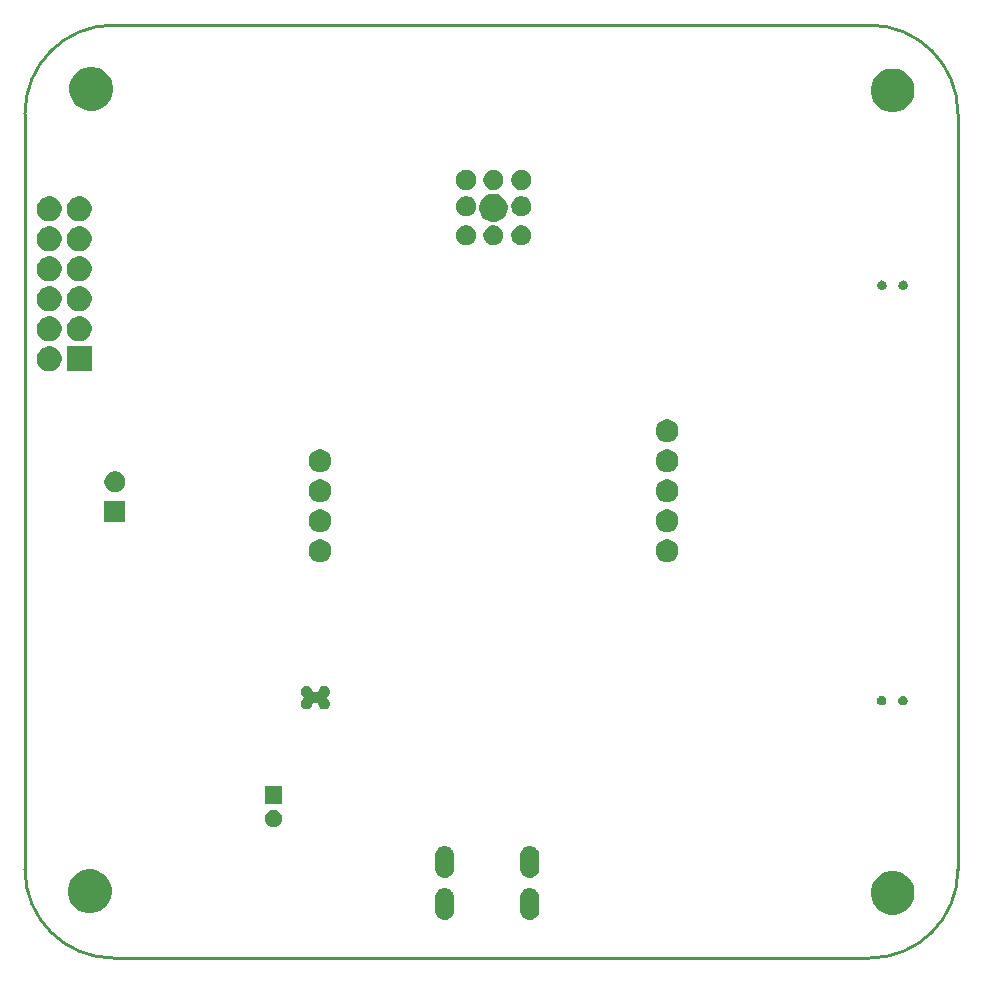
<source format=gbr>
G04 #@! TF.GenerationSoftware,KiCad,Pcbnew,5.1.6-c6e7f7d~87~ubuntu18.04.1*
G04 #@! TF.CreationDate,2020-07-31T19:21:44+02:00*
G04 #@! TF.ProjectId,hm-env-sensor,686d2d65-6e76-42d7-9365-6e736f722e6b,A1*
G04 #@! TF.SameCoordinates,Original*
G04 #@! TF.FileFunction,Soldermask,Bot*
G04 #@! TF.FilePolarity,Negative*
%FSLAX46Y46*%
G04 Gerber Fmt 4.6, Leading zero omitted, Abs format (unit mm)*
G04 Created by KiCad (PCBNEW 5.1.6-c6e7f7d~87~ubuntu18.04.1) date 2020-07-31 19:21:44*
%MOMM*%
%LPD*%
G01*
G04 APERTURE LIST*
G04 #@! TA.AperFunction,Profile*
%ADD10C,0.254000*%
G04 #@! TD*
%ADD11C,0.100000*%
G04 APERTURE END LIST*
D10*
X169398000Y-135704200D02*
X169398000Y-71704200D01*
X90398000Y-71704200D02*
X90398000Y-135704200D01*
X161898000Y-64204200D02*
X97898000Y-64204200D01*
X161898000Y-64204200D02*
G75*
G02*
X169398000Y-71704200I0J-7500000D01*
G01*
X169398000Y-135704200D02*
G75*
G02*
X161898000Y-143204200I-7500000J0D01*
G01*
X161898000Y-143204200D02*
X97898000Y-143204200D01*
X90398000Y-71704200D02*
G75*
G02*
X97898000Y-64204200I7500000J0D01*
G01*
X97898000Y-143204200D02*
G75*
G02*
X90398000Y-135704200I0J7500000D01*
G01*
D11*
G36*
X126096826Y-137267576D02*
G01*
X126247627Y-137313321D01*
X126247629Y-137313322D01*
X126386604Y-137387606D01*
X126386606Y-137387607D01*
X126386605Y-137387607D01*
X126508422Y-137487578D01*
X126590466Y-137587550D01*
X126608394Y-137609395D01*
X126667198Y-137719409D01*
X126682679Y-137748372D01*
X126728424Y-137899173D01*
X126740000Y-138016707D01*
X126740000Y-139195293D01*
X126728424Y-139312827D01*
X126688904Y-139443106D01*
X126682678Y-139463630D01*
X126608394Y-139602605D01*
X126508422Y-139724422D01*
X126386605Y-139824394D01*
X126247630Y-139898678D01*
X126247628Y-139898679D01*
X126096827Y-139944424D01*
X125940000Y-139959870D01*
X125783174Y-139944424D01*
X125632373Y-139898679D01*
X125632371Y-139898678D01*
X125493396Y-139824394D01*
X125371579Y-139724422D01*
X125271607Y-139602605D01*
X125197323Y-139463630D01*
X125191097Y-139443106D01*
X125151577Y-139312827D01*
X125140001Y-139195293D01*
X125140000Y-138016708D01*
X125151576Y-137899174D01*
X125197321Y-137748373D01*
X125271607Y-137609395D01*
X125371578Y-137487578D01*
X125493394Y-137387607D01*
X125493393Y-137387607D01*
X125493395Y-137387606D01*
X125632370Y-137313322D01*
X125632372Y-137313321D01*
X125783173Y-137267576D01*
X125940000Y-137252130D01*
X126096826Y-137267576D01*
G37*
G36*
X133296826Y-137267576D02*
G01*
X133447627Y-137313321D01*
X133447629Y-137313322D01*
X133586604Y-137387606D01*
X133586606Y-137387607D01*
X133586605Y-137387607D01*
X133708422Y-137487578D01*
X133790466Y-137587550D01*
X133808394Y-137609395D01*
X133867198Y-137719409D01*
X133882679Y-137748372D01*
X133928424Y-137899173D01*
X133940000Y-138016707D01*
X133940000Y-139195293D01*
X133928424Y-139312827D01*
X133888904Y-139443106D01*
X133882678Y-139463630D01*
X133808394Y-139602605D01*
X133708422Y-139724422D01*
X133586605Y-139824394D01*
X133447630Y-139898678D01*
X133447628Y-139898679D01*
X133296827Y-139944424D01*
X133140000Y-139959870D01*
X132983174Y-139944424D01*
X132832373Y-139898679D01*
X132832371Y-139898678D01*
X132693396Y-139824394D01*
X132571579Y-139724422D01*
X132471607Y-139602605D01*
X132397323Y-139463630D01*
X132391097Y-139443106D01*
X132351577Y-139312827D01*
X132340001Y-139195293D01*
X132340000Y-138016708D01*
X132351576Y-137899174D01*
X132397321Y-137748373D01*
X132471607Y-137609395D01*
X132571578Y-137487578D01*
X132693394Y-137387607D01*
X132693393Y-137387607D01*
X132693395Y-137387606D01*
X132832370Y-137313322D01*
X132832372Y-137313321D01*
X132983173Y-137267576D01*
X133140000Y-137252130D01*
X133296826Y-137267576D01*
G37*
G36*
X164397624Y-135885294D02*
G01*
X164734302Y-136024751D01*
X164734303Y-136024752D01*
X165037306Y-136227211D01*
X165294989Y-136484894D01*
X165412590Y-136660897D01*
X165497449Y-136787898D01*
X165636906Y-137124576D01*
X165708000Y-137481990D01*
X165708000Y-137846410D01*
X165636906Y-138203824D01*
X165497449Y-138540502D01*
X165497448Y-138540503D01*
X165294989Y-138843506D01*
X165037306Y-139101189D01*
X164896467Y-139195294D01*
X164734302Y-139303649D01*
X164397624Y-139443106D01*
X164040210Y-139514200D01*
X163675790Y-139514200D01*
X163318376Y-139443106D01*
X162981698Y-139303649D01*
X162819533Y-139195294D01*
X162678694Y-139101189D01*
X162421011Y-138843506D01*
X162218552Y-138540503D01*
X162218551Y-138540502D01*
X162079094Y-138203824D01*
X162008000Y-137846410D01*
X162008000Y-137481990D01*
X162079094Y-137124576D01*
X162218551Y-136787898D01*
X162303410Y-136660897D01*
X162421011Y-136484894D01*
X162678694Y-136227211D01*
X162981697Y-136024752D01*
X162981698Y-136024751D01*
X163318376Y-135885294D01*
X163675790Y-135814200D01*
X164040210Y-135814200D01*
X164397624Y-135885294D01*
G37*
G36*
X96427224Y-135758294D02*
G01*
X96763902Y-135897751D01*
X96864446Y-135964932D01*
X97066906Y-136100211D01*
X97324589Y-136357894D01*
X97348997Y-136394424D01*
X97527049Y-136660898D01*
X97666506Y-136997576D01*
X97737600Y-137354990D01*
X97737600Y-137719410D01*
X97666506Y-138076824D01*
X97527049Y-138413502D01*
X97527048Y-138413503D01*
X97324589Y-138716506D01*
X97066906Y-138974189D01*
X96876836Y-139101189D01*
X96763902Y-139176649D01*
X96427224Y-139316106D01*
X96069810Y-139387200D01*
X95705390Y-139387200D01*
X95347976Y-139316106D01*
X95011298Y-139176649D01*
X94898364Y-139101189D01*
X94708294Y-138974189D01*
X94450611Y-138716506D01*
X94248152Y-138413503D01*
X94248151Y-138413502D01*
X94108694Y-138076824D01*
X94037600Y-137719410D01*
X94037600Y-137354990D01*
X94108694Y-136997576D01*
X94248151Y-136660898D01*
X94426203Y-136394424D01*
X94450611Y-136357894D01*
X94708294Y-136100211D01*
X94910754Y-135964932D01*
X95011298Y-135897751D01*
X95347976Y-135758294D01*
X95705390Y-135687200D01*
X96069810Y-135687200D01*
X96427224Y-135758294D01*
G37*
G36*
X133296826Y-133717576D02*
G01*
X133447627Y-133763321D01*
X133447629Y-133763322D01*
X133586604Y-133837606D01*
X133586606Y-133837607D01*
X133586605Y-133837607D01*
X133708422Y-133937578D01*
X133790466Y-134037550D01*
X133808394Y-134059395D01*
X133882678Y-134198370D01*
X133882679Y-134198372D01*
X133928424Y-134349173D01*
X133940000Y-134466707D01*
X133940000Y-135645293D01*
X133928424Y-135762827D01*
X133887495Y-135897751D01*
X133882678Y-135913630D01*
X133808394Y-136052605D01*
X133708422Y-136174422D01*
X133586605Y-136274394D01*
X133447630Y-136348678D01*
X133447628Y-136348679D01*
X133296827Y-136394424D01*
X133140000Y-136409870D01*
X132983174Y-136394424D01*
X132832373Y-136348679D01*
X132832371Y-136348678D01*
X132693396Y-136274394D01*
X132571579Y-136174422D01*
X132471607Y-136052605D01*
X132397323Y-135913630D01*
X132392506Y-135897751D01*
X132351577Y-135762827D01*
X132340001Y-135645293D01*
X132340000Y-134466708D01*
X132351576Y-134349174D01*
X132397321Y-134198373D01*
X132471607Y-134059395D01*
X132571578Y-133937578D01*
X132693394Y-133837607D01*
X132693393Y-133837607D01*
X132693395Y-133837606D01*
X132832370Y-133763322D01*
X132832372Y-133763321D01*
X132983173Y-133717576D01*
X133140000Y-133702130D01*
X133296826Y-133717576D01*
G37*
G36*
X126096826Y-133717576D02*
G01*
X126247627Y-133763321D01*
X126247629Y-133763322D01*
X126386604Y-133837606D01*
X126386606Y-133837607D01*
X126386605Y-133837607D01*
X126508422Y-133937578D01*
X126590466Y-134037550D01*
X126608394Y-134059395D01*
X126682678Y-134198370D01*
X126682679Y-134198372D01*
X126728424Y-134349173D01*
X126740000Y-134466707D01*
X126740000Y-135645293D01*
X126728424Y-135762827D01*
X126687495Y-135897751D01*
X126682678Y-135913630D01*
X126608394Y-136052605D01*
X126508422Y-136174422D01*
X126386605Y-136274394D01*
X126247630Y-136348678D01*
X126247628Y-136348679D01*
X126096827Y-136394424D01*
X125940000Y-136409870D01*
X125783174Y-136394424D01*
X125632373Y-136348679D01*
X125632371Y-136348678D01*
X125493396Y-136274394D01*
X125371579Y-136174422D01*
X125271607Y-136052605D01*
X125197323Y-135913630D01*
X125192506Y-135897751D01*
X125151577Y-135762827D01*
X125140001Y-135645293D01*
X125140000Y-134466708D01*
X125151576Y-134349174D01*
X125197321Y-134198373D01*
X125271607Y-134059395D01*
X125371578Y-133937578D01*
X125493394Y-133837607D01*
X125493393Y-133837607D01*
X125493395Y-133837606D01*
X125632370Y-133763322D01*
X125632372Y-133763321D01*
X125783173Y-133717576D01*
X125940000Y-133702130D01*
X126096826Y-133717576D01*
G37*
G36*
X111661499Y-130659552D02*
G01*
X111798139Y-130716150D01*
X111921105Y-130798313D01*
X112025687Y-130902895D01*
X112107850Y-131025861D01*
X112164448Y-131162501D01*
X112193300Y-131307551D01*
X112193300Y-131455449D01*
X112164448Y-131600499D01*
X112107850Y-131737139D01*
X112025687Y-131860105D01*
X111921105Y-131964687D01*
X111798139Y-132046850D01*
X111661499Y-132103448D01*
X111516449Y-132132300D01*
X111368551Y-132132300D01*
X111223501Y-132103448D01*
X111086861Y-132046850D01*
X110963895Y-131964687D01*
X110859313Y-131860105D01*
X110777150Y-131737139D01*
X110720552Y-131600499D01*
X110691700Y-131455449D01*
X110691700Y-131307551D01*
X110720552Y-131162501D01*
X110777150Y-131025861D01*
X110859313Y-130902895D01*
X110963895Y-130798313D01*
X111086861Y-130716150D01*
X111223501Y-130659552D01*
X111368551Y-130630700D01*
X111516449Y-130630700D01*
X111661499Y-130659552D01*
G37*
G36*
X112190760Y-130120620D02*
G01*
X110689160Y-130120620D01*
X110689160Y-128619020D01*
X112190760Y-128619020D01*
X112190760Y-130120620D01*
G37*
G36*
X114386343Y-120162714D02*
G01*
X114386346Y-120162715D01*
X114386345Y-120162715D01*
X114477339Y-120200406D01*
X114518563Y-120227951D01*
X114559230Y-120255124D01*
X114628876Y-120324770D01*
X114683595Y-120406663D01*
X114721286Y-120497657D01*
X114733178Y-120557441D01*
X114740291Y-120580890D01*
X114751842Y-120602501D01*
X114767388Y-120621443D01*
X114786329Y-120636988D01*
X114807940Y-120648539D01*
X114831389Y-120655652D01*
X114855775Y-120658054D01*
X114880161Y-120655652D01*
X114941253Y-120643500D01*
X115039747Y-120643500D01*
X115100839Y-120655652D01*
X115125225Y-120658054D01*
X115149611Y-120655652D01*
X115173060Y-120648539D01*
X115194671Y-120636988D01*
X115213613Y-120621443D01*
X115229158Y-120602501D01*
X115240709Y-120580890D01*
X115247822Y-120557441D01*
X115259714Y-120497657D01*
X115297405Y-120406663D01*
X115352124Y-120324770D01*
X115421770Y-120255124D01*
X115462437Y-120227951D01*
X115503661Y-120200406D01*
X115594655Y-120162715D01*
X115594654Y-120162715D01*
X115594657Y-120162714D01*
X115691253Y-120143500D01*
X115789747Y-120143500D01*
X115886343Y-120162714D01*
X115886346Y-120162715D01*
X115886345Y-120162715D01*
X115977339Y-120200406D01*
X116018563Y-120227951D01*
X116059230Y-120255124D01*
X116128876Y-120324770D01*
X116183595Y-120406663D01*
X116221286Y-120497657D01*
X116240500Y-120594253D01*
X116240500Y-120692747D01*
X116221286Y-120789343D01*
X116183595Y-120880337D01*
X116128876Y-120962230D01*
X116059229Y-121031877D01*
X116047720Y-121039567D01*
X116028778Y-121055112D01*
X116013233Y-121074054D01*
X116001681Y-121095664D01*
X115994568Y-121119113D01*
X115992166Y-121143499D01*
X115994568Y-121167885D01*
X116001681Y-121191334D01*
X116013232Y-121212945D01*
X116028777Y-121231887D01*
X116047720Y-121247433D01*
X116059229Y-121255123D01*
X116128875Y-121324769D01*
X116160784Y-121372523D01*
X116183595Y-121406663D01*
X116221286Y-121497657D01*
X116240500Y-121594253D01*
X116240500Y-121692747D01*
X116221286Y-121789343D01*
X116211570Y-121812800D01*
X116183594Y-121880339D01*
X116128875Y-121962231D01*
X116059231Y-122031875D01*
X115977339Y-122086594D01*
X115977338Y-122086595D01*
X115977337Y-122086595D01*
X115886343Y-122124286D01*
X115789747Y-122143500D01*
X115691253Y-122143500D01*
X115594657Y-122124286D01*
X115503663Y-122086595D01*
X115503662Y-122086595D01*
X115503661Y-122086594D01*
X115421769Y-122031875D01*
X115352125Y-121962231D01*
X115297406Y-121880339D01*
X115269430Y-121812800D01*
X115259714Y-121789343D01*
X115247822Y-121729559D01*
X115240709Y-121706110D01*
X115229158Y-121684499D01*
X115213612Y-121665557D01*
X115194671Y-121650012D01*
X115173060Y-121638461D01*
X115149611Y-121631348D01*
X115125225Y-121628946D01*
X115100839Y-121631348D01*
X115039747Y-121643500D01*
X114941253Y-121643500D01*
X114880161Y-121631348D01*
X114855775Y-121628946D01*
X114831389Y-121631348D01*
X114807940Y-121638461D01*
X114786329Y-121650012D01*
X114767387Y-121665557D01*
X114751842Y-121684499D01*
X114740291Y-121706110D01*
X114733178Y-121729559D01*
X114721286Y-121789343D01*
X114711570Y-121812800D01*
X114683594Y-121880339D01*
X114628875Y-121962231D01*
X114559231Y-122031875D01*
X114477339Y-122086594D01*
X114477338Y-122086595D01*
X114477337Y-122086595D01*
X114386343Y-122124286D01*
X114289747Y-122143500D01*
X114191253Y-122143500D01*
X114094657Y-122124286D01*
X114003663Y-122086595D01*
X114003662Y-122086595D01*
X114003661Y-122086594D01*
X113921769Y-122031875D01*
X113852125Y-121962231D01*
X113797406Y-121880339D01*
X113769430Y-121812800D01*
X113759714Y-121789343D01*
X113740500Y-121692747D01*
X113740500Y-121594253D01*
X113759714Y-121497657D01*
X113797405Y-121406663D01*
X113820217Y-121372523D01*
X113852125Y-121324769D01*
X113921771Y-121255123D01*
X113933280Y-121247433D01*
X113952222Y-121231888D01*
X113967767Y-121212946D01*
X113979319Y-121191336D01*
X113986432Y-121167887D01*
X113988834Y-121143501D01*
X113986432Y-121119115D01*
X113979319Y-121095666D01*
X113967768Y-121074055D01*
X113952223Y-121055113D01*
X113933280Y-121039567D01*
X113921771Y-121031877D01*
X113852124Y-120962230D01*
X113797405Y-120880337D01*
X113759714Y-120789343D01*
X113740500Y-120692747D01*
X113740500Y-120594253D01*
X113759714Y-120497657D01*
X113797405Y-120406663D01*
X113852124Y-120324770D01*
X113921770Y-120255124D01*
X113962437Y-120227951D01*
X114003661Y-120200406D01*
X114094655Y-120162715D01*
X114094654Y-120162715D01*
X114094657Y-120162714D01*
X114191253Y-120143500D01*
X114289747Y-120143500D01*
X114386343Y-120162714D01*
G37*
G36*
X164846908Y-121026602D02*
G01*
X164915739Y-121055113D01*
X164919850Y-121056816D01*
X164945648Y-121074054D01*
X164985494Y-121100678D01*
X165041322Y-121156506D01*
X165085185Y-121222152D01*
X165115398Y-121295092D01*
X165130800Y-121372523D01*
X165130800Y-121451477D01*
X165115398Y-121528908D01*
X165085185Y-121601848D01*
X165041322Y-121667494D01*
X164985494Y-121723322D01*
X164952895Y-121745104D01*
X164919850Y-121767184D01*
X164919849Y-121767185D01*
X164919848Y-121767185D01*
X164846908Y-121797398D01*
X164769477Y-121812800D01*
X164690523Y-121812800D01*
X164613092Y-121797398D01*
X164540152Y-121767185D01*
X164540151Y-121767185D01*
X164540150Y-121767184D01*
X164507105Y-121745104D01*
X164474506Y-121723322D01*
X164418678Y-121667494D01*
X164374815Y-121601848D01*
X164344602Y-121528908D01*
X164329200Y-121451477D01*
X164329200Y-121372523D01*
X164344602Y-121295092D01*
X164374815Y-121222152D01*
X164418678Y-121156506D01*
X164474506Y-121100678D01*
X164514352Y-121074054D01*
X164540150Y-121056816D01*
X164544261Y-121055113D01*
X164613092Y-121026602D01*
X164690523Y-121011200D01*
X164769477Y-121011200D01*
X164846908Y-121026602D01*
G37*
G36*
X163046908Y-121026602D02*
G01*
X163115739Y-121055113D01*
X163119850Y-121056816D01*
X163145648Y-121074054D01*
X163185494Y-121100678D01*
X163241322Y-121156506D01*
X163285185Y-121222152D01*
X163315398Y-121295092D01*
X163330800Y-121372523D01*
X163330800Y-121451477D01*
X163315398Y-121528908D01*
X163285185Y-121601848D01*
X163241322Y-121667494D01*
X163185494Y-121723322D01*
X163152895Y-121745104D01*
X163119850Y-121767184D01*
X163119849Y-121767185D01*
X163119848Y-121767185D01*
X163046908Y-121797398D01*
X162969477Y-121812800D01*
X162890523Y-121812800D01*
X162813092Y-121797398D01*
X162740152Y-121767185D01*
X162740151Y-121767185D01*
X162740150Y-121767184D01*
X162707105Y-121745104D01*
X162674506Y-121723322D01*
X162618678Y-121667494D01*
X162574815Y-121601848D01*
X162544602Y-121528908D01*
X162529200Y-121451477D01*
X162529200Y-121372523D01*
X162544602Y-121295092D01*
X162574815Y-121222152D01*
X162618678Y-121156506D01*
X162674506Y-121100678D01*
X162714352Y-121074054D01*
X162740150Y-121056816D01*
X162744261Y-121055113D01*
X162813092Y-121026602D01*
X162890523Y-121011200D01*
X162969477Y-121011200D01*
X163046908Y-121026602D01*
G37*
G36*
X115658604Y-107786968D02*
G01*
X115746142Y-107823228D01*
X115833678Y-107859486D01*
X115833679Y-107859487D01*
X115991237Y-107964763D01*
X116125237Y-108098763D01*
X116213007Y-108230121D01*
X116230514Y-108256322D01*
X116303032Y-108431396D01*
X116340000Y-108617250D01*
X116340000Y-108806750D01*
X116303032Y-108992604D01*
X116230514Y-109167678D01*
X116230513Y-109167679D01*
X116125237Y-109325237D01*
X115991237Y-109459237D01*
X115859879Y-109547007D01*
X115833678Y-109564514D01*
X115658604Y-109637032D01*
X115472750Y-109674000D01*
X115283250Y-109674000D01*
X115097396Y-109637032D01*
X114922322Y-109564514D01*
X114896121Y-109547007D01*
X114764763Y-109459237D01*
X114630763Y-109325237D01*
X114525487Y-109167679D01*
X114525486Y-109167678D01*
X114489228Y-109080142D01*
X114452968Y-108992604D01*
X114416000Y-108806750D01*
X114416000Y-108617250D01*
X114452968Y-108431396D01*
X114525486Y-108256322D01*
X114542993Y-108230121D01*
X114630763Y-108098763D01*
X114764763Y-107964763D01*
X114922321Y-107859487D01*
X114922322Y-107859486D01*
X115009858Y-107823228D01*
X115097396Y-107786968D01*
X115283250Y-107750000D01*
X115472750Y-107750000D01*
X115658604Y-107786968D01*
G37*
G36*
X145043604Y-107786968D02*
G01*
X145131142Y-107823228D01*
X145218678Y-107859486D01*
X145218679Y-107859487D01*
X145376237Y-107964763D01*
X145510237Y-108098763D01*
X145598007Y-108230121D01*
X145615514Y-108256322D01*
X145688032Y-108431396D01*
X145725000Y-108617250D01*
X145725000Y-108806750D01*
X145688032Y-108992604D01*
X145615514Y-109167678D01*
X145615513Y-109167679D01*
X145510237Y-109325237D01*
X145376237Y-109459237D01*
X145244879Y-109547007D01*
X145218678Y-109564514D01*
X145043604Y-109637032D01*
X144857750Y-109674000D01*
X144668250Y-109674000D01*
X144482396Y-109637032D01*
X144307322Y-109564514D01*
X144281121Y-109547007D01*
X144149763Y-109459237D01*
X144015763Y-109325237D01*
X143910487Y-109167679D01*
X143910486Y-109167678D01*
X143874228Y-109080142D01*
X143837968Y-108992604D01*
X143801000Y-108806750D01*
X143801000Y-108617250D01*
X143837968Y-108431396D01*
X143910486Y-108256322D01*
X143927993Y-108230121D01*
X144015763Y-108098763D01*
X144149763Y-107964763D01*
X144307321Y-107859487D01*
X144307322Y-107859486D01*
X144394858Y-107823228D01*
X144482396Y-107786968D01*
X144668250Y-107750000D01*
X144857750Y-107750000D01*
X145043604Y-107786968D01*
G37*
G36*
X115658604Y-105246968D02*
G01*
X115833678Y-105319486D01*
X115833679Y-105319487D01*
X115991237Y-105424763D01*
X116125237Y-105558763D01*
X116213007Y-105690121D01*
X116230514Y-105716322D01*
X116303032Y-105891396D01*
X116340000Y-106077250D01*
X116340000Y-106266750D01*
X116303032Y-106452604D01*
X116230514Y-106627678D01*
X116230513Y-106627679D01*
X116125237Y-106785237D01*
X115991237Y-106919237D01*
X115859879Y-107007007D01*
X115833678Y-107024514D01*
X115746142Y-107060772D01*
X115658604Y-107097032D01*
X115472750Y-107134000D01*
X115283250Y-107134000D01*
X115097396Y-107097032D01*
X114922322Y-107024514D01*
X114896121Y-107007007D01*
X114764763Y-106919237D01*
X114630763Y-106785237D01*
X114525487Y-106627679D01*
X114525486Y-106627678D01*
X114489228Y-106540142D01*
X114452968Y-106452604D01*
X114416000Y-106266750D01*
X114416000Y-106077250D01*
X114452968Y-105891396D01*
X114525486Y-105716322D01*
X114542993Y-105690121D01*
X114630763Y-105558763D01*
X114764763Y-105424763D01*
X114922321Y-105319487D01*
X114922322Y-105319486D01*
X115097396Y-105246968D01*
X115283250Y-105210000D01*
X115472750Y-105210000D01*
X115658604Y-105246968D01*
G37*
G36*
X145043604Y-105246968D02*
G01*
X145218678Y-105319486D01*
X145218679Y-105319487D01*
X145376237Y-105424763D01*
X145510237Y-105558763D01*
X145598007Y-105690121D01*
X145615514Y-105716322D01*
X145688032Y-105891396D01*
X145725000Y-106077250D01*
X145725000Y-106266750D01*
X145688032Y-106452604D01*
X145615514Y-106627678D01*
X145615513Y-106627679D01*
X145510237Y-106785237D01*
X145376237Y-106919237D01*
X145244879Y-107007007D01*
X145218678Y-107024514D01*
X145131142Y-107060772D01*
X145043604Y-107097032D01*
X144857750Y-107134000D01*
X144668250Y-107134000D01*
X144482396Y-107097032D01*
X144307322Y-107024514D01*
X144281121Y-107007007D01*
X144149763Y-106919237D01*
X144015763Y-106785237D01*
X143910487Y-106627679D01*
X143910486Y-106627678D01*
X143874228Y-106540142D01*
X143837968Y-106452604D01*
X143801000Y-106266750D01*
X143801000Y-106077250D01*
X143837968Y-105891396D01*
X143910486Y-105716322D01*
X143927993Y-105690121D01*
X144015763Y-105558763D01*
X144149763Y-105424763D01*
X144307321Y-105319487D01*
X144307322Y-105319486D01*
X144482396Y-105246968D01*
X144668250Y-105210000D01*
X144857750Y-105210000D01*
X145043604Y-105246968D01*
G37*
G36*
X98901000Y-106299000D02*
G01*
X97123000Y-106299000D01*
X97123000Y-104521000D01*
X98901000Y-104521000D01*
X98901000Y-106299000D01*
G37*
G36*
X145043604Y-102706968D02*
G01*
X145131142Y-102743228D01*
X145218678Y-102779486D01*
X145218679Y-102779487D01*
X145376237Y-102884763D01*
X145510237Y-103018763D01*
X145584102Y-103129311D01*
X145615514Y-103176322D01*
X145688032Y-103351396D01*
X145725000Y-103537250D01*
X145725000Y-103726750D01*
X145688032Y-103912604D01*
X145651772Y-104000142D01*
X145615514Y-104087678D01*
X145615513Y-104087679D01*
X145510237Y-104245237D01*
X145376237Y-104379237D01*
X145244879Y-104467007D01*
X145218678Y-104484514D01*
X145131142Y-104520772D01*
X145043604Y-104557032D01*
X144857750Y-104594000D01*
X144668250Y-104594000D01*
X144482396Y-104557032D01*
X144394858Y-104520772D01*
X144307322Y-104484514D01*
X144281121Y-104467007D01*
X144149763Y-104379237D01*
X144015763Y-104245237D01*
X143910487Y-104087679D01*
X143910486Y-104087678D01*
X143874228Y-104000142D01*
X143837968Y-103912604D01*
X143801000Y-103726750D01*
X143801000Y-103537250D01*
X143837968Y-103351396D01*
X143874228Y-103263858D01*
X143910486Y-103176322D01*
X143941898Y-103129311D01*
X144015763Y-103018763D01*
X144149763Y-102884763D01*
X144307321Y-102779487D01*
X144307322Y-102779486D01*
X144394858Y-102743228D01*
X144482396Y-102706968D01*
X144668250Y-102670000D01*
X144857750Y-102670000D01*
X145043604Y-102706968D01*
G37*
G36*
X115658604Y-102706968D02*
G01*
X115746142Y-102743228D01*
X115833678Y-102779486D01*
X115833679Y-102779487D01*
X115991237Y-102884763D01*
X116125237Y-103018763D01*
X116199102Y-103129311D01*
X116230514Y-103176322D01*
X116303032Y-103351396D01*
X116340000Y-103537250D01*
X116340000Y-103726750D01*
X116303032Y-103912604D01*
X116266772Y-104000142D01*
X116230514Y-104087678D01*
X116230513Y-104087679D01*
X116125237Y-104245237D01*
X115991237Y-104379237D01*
X115859879Y-104467007D01*
X115833678Y-104484514D01*
X115746142Y-104520772D01*
X115658604Y-104557032D01*
X115472750Y-104594000D01*
X115283250Y-104594000D01*
X115097396Y-104557032D01*
X115009858Y-104520772D01*
X114922322Y-104484514D01*
X114896121Y-104467007D01*
X114764763Y-104379237D01*
X114630763Y-104245237D01*
X114525487Y-104087679D01*
X114525486Y-104087678D01*
X114489228Y-104000142D01*
X114452968Y-103912604D01*
X114416000Y-103726750D01*
X114416000Y-103537250D01*
X114452968Y-103351396D01*
X114489228Y-103263858D01*
X114525486Y-103176322D01*
X114556898Y-103129311D01*
X114630763Y-103018763D01*
X114764763Y-102884763D01*
X114922321Y-102779487D01*
X114922322Y-102779486D01*
X115009858Y-102743228D01*
X115097396Y-102706968D01*
X115283250Y-102670000D01*
X115472750Y-102670000D01*
X115658604Y-102706968D01*
G37*
G36*
X98185435Y-101998082D02*
G01*
X98271312Y-102015164D01*
X98433099Y-102082179D01*
X98578704Y-102179469D01*
X98702531Y-102303296D01*
X98799821Y-102448901D01*
X98799822Y-102448903D01*
X98866836Y-102610689D01*
X98900413Y-102779487D01*
X98901000Y-102782441D01*
X98901000Y-102957559D01*
X98866836Y-103129312D01*
X98799821Y-103291099D01*
X98702531Y-103436704D01*
X98578704Y-103560531D01*
X98433099Y-103657821D01*
X98271312Y-103724836D01*
X98185435Y-103741918D01*
X98099560Y-103759000D01*
X97924440Y-103759000D01*
X97752688Y-103724836D01*
X97590901Y-103657821D01*
X97445296Y-103560531D01*
X97321469Y-103436704D01*
X97224179Y-103291099D01*
X97157164Y-103129312D01*
X97123000Y-102957559D01*
X97123000Y-102782441D01*
X97123588Y-102779487D01*
X97157164Y-102610689D01*
X97224178Y-102448903D01*
X97224179Y-102448901D01*
X97321469Y-102303296D01*
X97445296Y-102179469D01*
X97590901Y-102082179D01*
X97752688Y-102015164D01*
X97838565Y-101998082D01*
X97924440Y-101981000D01*
X98099560Y-101981000D01*
X98185435Y-101998082D01*
G37*
G36*
X145043604Y-100166968D02*
G01*
X145131142Y-100203228D01*
X145218678Y-100239486D01*
X145218679Y-100239487D01*
X145376237Y-100344763D01*
X145510237Y-100478763D01*
X145598007Y-100610121D01*
X145615514Y-100636322D01*
X145651772Y-100723858D01*
X145688032Y-100811396D01*
X145725000Y-100997250D01*
X145725000Y-101186750D01*
X145688032Y-101372604D01*
X145651772Y-101460142D01*
X145615514Y-101547678D01*
X145615513Y-101547679D01*
X145510237Y-101705237D01*
X145376237Y-101839237D01*
X145244879Y-101927007D01*
X145218678Y-101944514D01*
X145131142Y-101980772D01*
X145043604Y-102017032D01*
X144857750Y-102054000D01*
X144668250Y-102054000D01*
X144482396Y-102017032D01*
X144394858Y-101980772D01*
X144307322Y-101944514D01*
X144281121Y-101927007D01*
X144149763Y-101839237D01*
X144015763Y-101705237D01*
X143910487Y-101547679D01*
X143910486Y-101547678D01*
X143874228Y-101460142D01*
X143837968Y-101372604D01*
X143801000Y-101186750D01*
X143801000Y-100997250D01*
X143837968Y-100811396D01*
X143874228Y-100723858D01*
X143910486Y-100636322D01*
X143927993Y-100610121D01*
X144015763Y-100478763D01*
X144149763Y-100344763D01*
X144307321Y-100239487D01*
X144307322Y-100239486D01*
X144394858Y-100203228D01*
X144482396Y-100166968D01*
X144668250Y-100130000D01*
X144857750Y-100130000D01*
X145043604Y-100166968D01*
G37*
G36*
X115658604Y-100166968D02*
G01*
X115746142Y-100203228D01*
X115833678Y-100239486D01*
X115833679Y-100239487D01*
X115991237Y-100344763D01*
X116125237Y-100478763D01*
X116213007Y-100610121D01*
X116230514Y-100636322D01*
X116266772Y-100723858D01*
X116303032Y-100811396D01*
X116340000Y-100997250D01*
X116340000Y-101186750D01*
X116303032Y-101372604D01*
X116266772Y-101460142D01*
X116230514Y-101547678D01*
X116230513Y-101547679D01*
X116125237Y-101705237D01*
X115991237Y-101839237D01*
X115859879Y-101927007D01*
X115833678Y-101944514D01*
X115746142Y-101980772D01*
X115658604Y-102017032D01*
X115472750Y-102054000D01*
X115283250Y-102054000D01*
X115097396Y-102017032D01*
X115009858Y-101980772D01*
X114922322Y-101944514D01*
X114896121Y-101927007D01*
X114764763Y-101839237D01*
X114630763Y-101705237D01*
X114525487Y-101547679D01*
X114525486Y-101547678D01*
X114489228Y-101460142D01*
X114452968Y-101372604D01*
X114416000Y-101186750D01*
X114416000Y-100997250D01*
X114452968Y-100811396D01*
X114489228Y-100723858D01*
X114525486Y-100636322D01*
X114542993Y-100610121D01*
X114630763Y-100478763D01*
X114764763Y-100344763D01*
X114922321Y-100239487D01*
X114922322Y-100239486D01*
X115009858Y-100203228D01*
X115097396Y-100166968D01*
X115283250Y-100130000D01*
X115472750Y-100130000D01*
X115658604Y-100166968D01*
G37*
G36*
X145043604Y-97626968D02*
G01*
X145218678Y-97699486D01*
X145218679Y-97699487D01*
X145376237Y-97804763D01*
X145510237Y-97938763D01*
X145598007Y-98070121D01*
X145615514Y-98096322D01*
X145688032Y-98271396D01*
X145725000Y-98457250D01*
X145725000Y-98646750D01*
X145688032Y-98832604D01*
X145651772Y-98920142D01*
X145615514Y-99007678D01*
X145615513Y-99007679D01*
X145510237Y-99165237D01*
X145376237Y-99299237D01*
X145244879Y-99387007D01*
X145218678Y-99404514D01*
X145043604Y-99477032D01*
X144857750Y-99514000D01*
X144668250Y-99514000D01*
X144482396Y-99477032D01*
X144394858Y-99440772D01*
X144307322Y-99404514D01*
X144281121Y-99387007D01*
X144149763Y-99299237D01*
X144015763Y-99165237D01*
X143910487Y-99007679D01*
X143910486Y-99007678D01*
X143837968Y-98832604D01*
X143801000Y-98646750D01*
X143801000Y-98457250D01*
X143837968Y-98271396D01*
X143874228Y-98183858D01*
X143910486Y-98096322D01*
X143927993Y-98070121D01*
X144015763Y-97938763D01*
X144149763Y-97804763D01*
X144307321Y-97699487D01*
X144307322Y-97699486D01*
X144482396Y-97626968D01*
X144668250Y-97590000D01*
X144857750Y-97590000D01*
X145043604Y-97626968D01*
G37*
G36*
X96046000Y-93506000D02*
G01*
X93946000Y-93506000D01*
X93946000Y-91406000D01*
X96046000Y-91406000D01*
X96046000Y-93506000D01*
G37*
G36*
X92584687Y-91411027D02*
G01*
X92762274Y-91446350D01*
X92953362Y-91525502D01*
X93125336Y-91640411D01*
X93271589Y-91786664D01*
X93386498Y-91958638D01*
X93465650Y-92149726D01*
X93506000Y-92352584D01*
X93506000Y-92559416D01*
X93465650Y-92762274D01*
X93386498Y-92953362D01*
X93271589Y-93125336D01*
X93125336Y-93271589D01*
X92953362Y-93386498D01*
X92762274Y-93465650D01*
X92584687Y-93500973D01*
X92559417Y-93506000D01*
X92352583Y-93506000D01*
X92327313Y-93500973D01*
X92149726Y-93465650D01*
X91958638Y-93386498D01*
X91786664Y-93271589D01*
X91640411Y-93125336D01*
X91525502Y-92953362D01*
X91446350Y-92762274D01*
X91406000Y-92559416D01*
X91406000Y-92352584D01*
X91446350Y-92149726D01*
X91525502Y-91958638D01*
X91640411Y-91786664D01*
X91786664Y-91640411D01*
X91958638Y-91525502D01*
X92149726Y-91446350D01*
X92327313Y-91411027D01*
X92352583Y-91406000D01*
X92559417Y-91406000D01*
X92584687Y-91411027D01*
G37*
G36*
X95124687Y-88871027D02*
G01*
X95302274Y-88906350D01*
X95493362Y-88985502D01*
X95665336Y-89100411D01*
X95811589Y-89246664D01*
X95926498Y-89418638D01*
X96005650Y-89609726D01*
X96046000Y-89812584D01*
X96046000Y-90019416D01*
X96005650Y-90222274D01*
X95926498Y-90413362D01*
X95811589Y-90585336D01*
X95665336Y-90731589D01*
X95493362Y-90846498D01*
X95302274Y-90925650D01*
X95124687Y-90960973D01*
X95099417Y-90966000D01*
X94892583Y-90966000D01*
X94867313Y-90960973D01*
X94689726Y-90925650D01*
X94498638Y-90846498D01*
X94326664Y-90731589D01*
X94180411Y-90585336D01*
X94065502Y-90413362D01*
X93986350Y-90222274D01*
X93946000Y-90019416D01*
X93946000Y-89812584D01*
X93986350Y-89609726D01*
X94065502Y-89418638D01*
X94180411Y-89246664D01*
X94326664Y-89100411D01*
X94498638Y-88985502D01*
X94689726Y-88906350D01*
X94867313Y-88871027D01*
X94892583Y-88866000D01*
X95099417Y-88866000D01*
X95124687Y-88871027D01*
G37*
G36*
X92584687Y-88871027D02*
G01*
X92762274Y-88906350D01*
X92953362Y-88985502D01*
X93125336Y-89100411D01*
X93271589Y-89246664D01*
X93386498Y-89418638D01*
X93465650Y-89609726D01*
X93506000Y-89812584D01*
X93506000Y-90019416D01*
X93465650Y-90222274D01*
X93386498Y-90413362D01*
X93271589Y-90585336D01*
X93125336Y-90731589D01*
X92953362Y-90846498D01*
X92762274Y-90925650D01*
X92584687Y-90960973D01*
X92559417Y-90966000D01*
X92352583Y-90966000D01*
X92327313Y-90960973D01*
X92149726Y-90925650D01*
X91958638Y-90846498D01*
X91786664Y-90731589D01*
X91640411Y-90585336D01*
X91525502Y-90413362D01*
X91446350Y-90222274D01*
X91406000Y-90019416D01*
X91406000Y-89812584D01*
X91446350Y-89609726D01*
X91525502Y-89418638D01*
X91640411Y-89246664D01*
X91786664Y-89100411D01*
X91958638Y-88985502D01*
X92149726Y-88906350D01*
X92327313Y-88871027D01*
X92352583Y-88866000D01*
X92559417Y-88866000D01*
X92584687Y-88871027D01*
G37*
G36*
X92584687Y-86331027D02*
G01*
X92762274Y-86366350D01*
X92953362Y-86445502D01*
X93125336Y-86560411D01*
X93271589Y-86706664D01*
X93386498Y-86878638D01*
X93465650Y-87069726D01*
X93506000Y-87272584D01*
X93506000Y-87479416D01*
X93465650Y-87682274D01*
X93386498Y-87873362D01*
X93271589Y-88045336D01*
X93125336Y-88191589D01*
X92953362Y-88306498D01*
X92762274Y-88385650D01*
X92584687Y-88420973D01*
X92559417Y-88426000D01*
X92352583Y-88426000D01*
X92327313Y-88420973D01*
X92149726Y-88385650D01*
X91958638Y-88306498D01*
X91786664Y-88191589D01*
X91640411Y-88045336D01*
X91525502Y-87873362D01*
X91446350Y-87682274D01*
X91406000Y-87479416D01*
X91406000Y-87272584D01*
X91446350Y-87069726D01*
X91525502Y-86878638D01*
X91640411Y-86706664D01*
X91786664Y-86560411D01*
X91958638Y-86445502D01*
X92149726Y-86366350D01*
X92327313Y-86331027D01*
X92352583Y-86326000D01*
X92559417Y-86326000D01*
X92584687Y-86331027D01*
G37*
G36*
X95124687Y-86331027D02*
G01*
X95302274Y-86366350D01*
X95493362Y-86445502D01*
X95665336Y-86560411D01*
X95811589Y-86706664D01*
X95926498Y-86878638D01*
X96005650Y-87069726D01*
X96046000Y-87272584D01*
X96046000Y-87479416D01*
X96005650Y-87682274D01*
X95926498Y-87873362D01*
X95811589Y-88045336D01*
X95665336Y-88191589D01*
X95493362Y-88306498D01*
X95302274Y-88385650D01*
X95124687Y-88420973D01*
X95099417Y-88426000D01*
X94892583Y-88426000D01*
X94867313Y-88420973D01*
X94689726Y-88385650D01*
X94498638Y-88306498D01*
X94326664Y-88191589D01*
X94180411Y-88045336D01*
X94065502Y-87873362D01*
X93986350Y-87682274D01*
X93946000Y-87479416D01*
X93946000Y-87272584D01*
X93986350Y-87069726D01*
X94065502Y-86878638D01*
X94180411Y-86706664D01*
X94326664Y-86560411D01*
X94498638Y-86445502D01*
X94689726Y-86366350D01*
X94867313Y-86331027D01*
X94892583Y-86326000D01*
X95099417Y-86326000D01*
X95124687Y-86331027D01*
G37*
G36*
X164874908Y-85847602D02*
G01*
X164947848Y-85877815D01*
X164947850Y-85877816D01*
X164960098Y-85886000D01*
X165013494Y-85921678D01*
X165069322Y-85977506D01*
X165113185Y-86043152D01*
X165143398Y-86116092D01*
X165158800Y-86193523D01*
X165158800Y-86272477D01*
X165143398Y-86349908D01*
X165136587Y-86366350D01*
X165113184Y-86422850D01*
X165069321Y-86488495D01*
X165013495Y-86544321D01*
X164947850Y-86588184D01*
X164947849Y-86588185D01*
X164947848Y-86588185D01*
X164874908Y-86618398D01*
X164797477Y-86633800D01*
X164718523Y-86633800D01*
X164641092Y-86618398D01*
X164568152Y-86588185D01*
X164568151Y-86588185D01*
X164568150Y-86588184D01*
X164502505Y-86544321D01*
X164446679Y-86488495D01*
X164402816Y-86422850D01*
X164379413Y-86366350D01*
X164372602Y-86349908D01*
X164357200Y-86272477D01*
X164357200Y-86193523D01*
X164372602Y-86116092D01*
X164402815Y-86043152D01*
X164446678Y-85977506D01*
X164502506Y-85921678D01*
X164555902Y-85886000D01*
X164568150Y-85877816D01*
X164568152Y-85877815D01*
X164641092Y-85847602D01*
X164718523Y-85832200D01*
X164797477Y-85832200D01*
X164874908Y-85847602D01*
G37*
G36*
X163074908Y-85847602D02*
G01*
X163147848Y-85877815D01*
X163147850Y-85877816D01*
X163160098Y-85886000D01*
X163213494Y-85921678D01*
X163269322Y-85977506D01*
X163313185Y-86043152D01*
X163343398Y-86116092D01*
X163358800Y-86193523D01*
X163358800Y-86272477D01*
X163343398Y-86349908D01*
X163336587Y-86366350D01*
X163313184Y-86422850D01*
X163269321Y-86488495D01*
X163213495Y-86544321D01*
X163147850Y-86588184D01*
X163147849Y-86588185D01*
X163147848Y-86588185D01*
X163074908Y-86618398D01*
X162997477Y-86633800D01*
X162918523Y-86633800D01*
X162841092Y-86618398D01*
X162768152Y-86588185D01*
X162768151Y-86588185D01*
X162768150Y-86588184D01*
X162702505Y-86544321D01*
X162646679Y-86488495D01*
X162602816Y-86422850D01*
X162579413Y-86366350D01*
X162572602Y-86349908D01*
X162557200Y-86272477D01*
X162557200Y-86193523D01*
X162572602Y-86116092D01*
X162602815Y-86043152D01*
X162646678Y-85977506D01*
X162702506Y-85921678D01*
X162755902Y-85886000D01*
X162768150Y-85877816D01*
X162768152Y-85877815D01*
X162841092Y-85847602D01*
X162918523Y-85832200D01*
X162997477Y-85832200D01*
X163074908Y-85847602D01*
G37*
G36*
X95124687Y-83791027D02*
G01*
X95302274Y-83826350D01*
X95493362Y-83905502D01*
X95665336Y-84020411D01*
X95811589Y-84166664D01*
X95926498Y-84338638D01*
X96005650Y-84529726D01*
X96046000Y-84732584D01*
X96046000Y-84939416D01*
X96005650Y-85142274D01*
X95926498Y-85333362D01*
X95811589Y-85505336D01*
X95665336Y-85651589D01*
X95493362Y-85766498D01*
X95302274Y-85845650D01*
X95124687Y-85880973D01*
X95099417Y-85886000D01*
X94892583Y-85886000D01*
X94867313Y-85880973D01*
X94689726Y-85845650D01*
X94498638Y-85766498D01*
X94326664Y-85651589D01*
X94180411Y-85505336D01*
X94065502Y-85333362D01*
X93986350Y-85142274D01*
X93946000Y-84939416D01*
X93946000Y-84732584D01*
X93986350Y-84529726D01*
X94065502Y-84338638D01*
X94180411Y-84166664D01*
X94326664Y-84020411D01*
X94498638Y-83905502D01*
X94689726Y-83826350D01*
X94867313Y-83791027D01*
X94892583Y-83786000D01*
X95099417Y-83786000D01*
X95124687Y-83791027D01*
G37*
G36*
X92584687Y-83791027D02*
G01*
X92762274Y-83826350D01*
X92953362Y-83905502D01*
X93125336Y-84020411D01*
X93271589Y-84166664D01*
X93386498Y-84338638D01*
X93465650Y-84529726D01*
X93506000Y-84732584D01*
X93506000Y-84939416D01*
X93465650Y-85142274D01*
X93386498Y-85333362D01*
X93271589Y-85505336D01*
X93125336Y-85651589D01*
X92953362Y-85766498D01*
X92762274Y-85845650D01*
X92584687Y-85880973D01*
X92559417Y-85886000D01*
X92352583Y-85886000D01*
X92327313Y-85880973D01*
X92149726Y-85845650D01*
X91958638Y-85766498D01*
X91786664Y-85651589D01*
X91640411Y-85505336D01*
X91525502Y-85333362D01*
X91446350Y-85142274D01*
X91406000Y-84939416D01*
X91406000Y-84732584D01*
X91446350Y-84529726D01*
X91525502Y-84338638D01*
X91640411Y-84166664D01*
X91786664Y-84020411D01*
X91958638Y-83905502D01*
X92149726Y-83826350D01*
X92327313Y-83791027D01*
X92352583Y-83786000D01*
X92559417Y-83786000D01*
X92584687Y-83791027D01*
G37*
G36*
X92584687Y-81251027D02*
G01*
X92762274Y-81286350D01*
X92953362Y-81365502D01*
X93125336Y-81480411D01*
X93271589Y-81626664D01*
X93386498Y-81798638D01*
X93465650Y-81989726D01*
X93506000Y-82192584D01*
X93506000Y-82399416D01*
X93465650Y-82602274D01*
X93386498Y-82793362D01*
X93271589Y-82965336D01*
X93125336Y-83111589D01*
X92953362Y-83226498D01*
X92762274Y-83305650D01*
X92584687Y-83340973D01*
X92559417Y-83346000D01*
X92352583Y-83346000D01*
X92327313Y-83340973D01*
X92149726Y-83305650D01*
X91958638Y-83226498D01*
X91786664Y-83111589D01*
X91640411Y-82965336D01*
X91525502Y-82793362D01*
X91446350Y-82602274D01*
X91406000Y-82399416D01*
X91406000Y-82192584D01*
X91446350Y-81989726D01*
X91525502Y-81798638D01*
X91640411Y-81626664D01*
X91786664Y-81480411D01*
X91958638Y-81365502D01*
X92149726Y-81286350D01*
X92327313Y-81251027D01*
X92352583Y-81246000D01*
X92559417Y-81246000D01*
X92584687Y-81251027D01*
G37*
G36*
X95124687Y-81251027D02*
G01*
X95302274Y-81286350D01*
X95493362Y-81365502D01*
X95665336Y-81480411D01*
X95811589Y-81626664D01*
X95926498Y-81798638D01*
X96005650Y-81989726D01*
X96046000Y-82192584D01*
X96046000Y-82399416D01*
X96005650Y-82602274D01*
X95926498Y-82793362D01*
X95811589Y-82965336D01*
X95665336Y-83111589D01*
X95493362Y-83226498D01*
X95302274Y-83305650D01*
X95124687Y-83340973D01*
X95099417Y-83346000D01*
X94892583Y-83346000D01*
X94867313Y-83340973D01*
X94689726Y-83305650D01*
X94498638Y-83226498D01*
X94326664Y-83111589D01*
X94180411Y-82965336D01*
X94065502Y-82793362D01*
X93986350Y-82602274D01*
X93946000Y-82399416D01*
X93946000Y-82192584D01*
X93986350Y-81989726D01*
X94065502Y-81798638D01*
X94180411Y-81626664D01*
X94326664Y-81480411D01*
X94498638Y-81365502D01*
X94689726Y-81286350D01*
X94867313Y-81251027D01*
X94892583Y-81246000D01*
X95099417Y-81246000D01*
X95124687Y-81251027D01*
G37*
G36*
X128001535Y-81198464D02*
G01*
X128156224Y-81262539D01*
X128156226Y-81262540D01*
X128295444Y-81355562D01*
X128413838Y-81473956D01*
X128506860Y-81613174D01*
X128506861Y-81613176D01*
X128570936Y-81767865D01*
X128603600Y-81932081D01*
X128603600Y-82099519D01*
X128570936Y-82263735D01*
X128514734Y-82399416D01*
X128506860Y-82418426D01*
X128413838Y-82557644D01*
X128295444Y-82676038D01*
X128156226Y-82769060D01*
X128156225Y-82769061D01*
X128156224Y-82769061D01*
X128001535Y-82833136D01*
X127837319Y-82865800D01*
X127669881Y-82865800D01*
X127505665Y-82833136D01*
X127350976Y-82769061D01*
X127350975Y-82769061D01*
X127350974Y-82769060D01*
X127211756Y-82676038D01*
X127093362Y-82557644D01*
X127000340Y-82418426D01*
X126992466Y-82399416D01*
X126936264Y-82263735D01*
X126903600Y-82099519D01*
X126903600Y-81932081D01*
X126936264Y-81767865D01*
X127000339Y-81613176D01*
X127000340Y-81613174D01*
X127093362Y-81473956D01*
X127211756Y-81355562D01*
X127350974Y-81262540D01*
X127350976Y-81262539D01*
X127505665Y-81198464D01*
X127669881Y-81165800D01*
X127837319Y-81165800D01*
X128001535Y-81198464D01*
G37*
G36*
X130312935Y-81198464D02*
G01*
X130467624Y-81262539D01*
X130467626Y-81262540D01*
X130606844Y-81355562D01*
X130725238Y-81473956D01*
X130818260Y-81613174D01*
X130818261Y-81613176D01*
X130882336Y-81767865D01*
X130915000Y-81932081D01*
X130915000Y-82099519D01*
X130882336Y-82263735D01*
X130826134Y-82399416D01*
X130818260Y-82418426D01*
X130725238Y-82557644D01*
X130606844Y-82676038D01*
X130467626Y-82769060D01*
X130467625Y-82769061D01*
X130467624Y-82769061D01*
X130312935Y-82833136D01*
X130148719Y-82865800D01*
X129981281Y-82865800D01*
X129817065Y-82833136D01*
X129662376Y-82769061D01*
X129662375Y-82769061D01*
X129662374Y-82769060D01*
X129523156Y-82676038D01*
X129404762Y-82557644D01*
X129311740Y-82418426D01*
X129303866Y-82399416D01*
X129247664Y-82263735D01*
X129215000Y-82099519D01*
X129215000Y-81932081D01*
X129247664Y-81767865D01*
X129311739Y-81613176D01*
X129311740Y-81613174D01*
X129404762Y-81473956D01*
X129523156Y-81355562D01*
X129662374Y-81262540D01*
X129662376Y-81262539D01*
X129817065Y-81198464D01*
X129981281Y-81165800D01*
X130148719Y-81165800D01*
X130312935Y-81198464D01*
G37*
G36*
X132675135Y-81198464D02*
G01*
X132829824Y-81262539D01*
X132829826Y-81262540D01*
X132969044Y-81355562D01*
X133087438Y-81473956D01*
X133180460Y-81613174D01*
X133180461Y-81613176D01*
X133244536Y-81767865D01*
X133277200Y-81932081D01*
X133277200Y-82099519D01*
X133244536Y-82263735D01*
X133188334Y-82399416D01*
X133180460Y-82418426D01*
X133087438Y-82557644D01*
X132969044Y-82676038D01*
X132829826Y-82769060D01*
X132829825Y-82769061D01*
X132829824Y-82769061D01*
X132675135Y-82833136D01*
X132510919Y-82865800D01*
X132343481Y-82865800D01*
X132179265Y-82833136D01*
X132024576Y-82769061D01*
X132024575Y-82769061D01*
X132024574Y-82769060D01*
X131885356Y-82676038D01*
X131766962Y-82557644D01*
X131673940Y-82418426D01*
X131666066Y-82399416D01*
X131609864Y-82263735D01*
X131577200Y-82099519D01*
X131577200Y-81932081D01*
X131609864Y-81767865D01*
X131673939Y-81613176D01*
X131673940Y-81613174D01*
X131766962Y-81473956D01*
X131885356Y-81355562D01*
X132024574Y-81262540D01*
X132024576Y-81262539D01*
X132179265Y-81198464D01*
X132343481Y-81165800D01*
X132510919Y-81165800D01*
X132675135Y-81198464D01*
G37*
G36*
X130415026Y-78525115D02*
G01*
X130633411Y-78615573D01*
X130633413Y-78615574D01*
X130829133Y-78746350D01*
X130829955Y-78746899D01*
X130997101Y-78914045D01*
X131128427Y-79110589D01*
X131218885Y-79328974D01*
X131265000Y-79560809D01*
X131265000Y-79797191D01*
X131218885Y-80029026D01*
X131142996Y-80212238D01*
X131128426Y-80247413D01*
X130997101Y-80443955D01*
X130829955Y-80611101D01*
X130633413Y-80742426D01*
X130633412Y-80742427D01*
X130633411Y-80742427D01*
X130415026Y-80832885D01*
X130183191Y-80879000D01*
X129946809Y-80879000D01*
X129714974Y-80832885D01*
X129496589Y-80742427D01*
X129496588Y-80742427D01*
X129496587Y-80742426D01*
X129300045Y-80611101D01*
X129132899Y-80443955D01*
X129001574Y-80247413D01*
X128987004Y-80212238D01*
X128911115Y-80029026D01*
X128865000Y-79797191D01*
X128865000Y-79560809D01*
X128911115Y-79328974D01*
X129001573Y-79110589D01*
X129132899Y-78914045D01*
X129300045Y-78746899D01*
X129300867Y-78746350D01*
X129496587Y-78615574D01*
X129496589Y-78615573D01*
X129714974Y-78525115D01*
X129946809Y-78479000D01*
X130183191Y-78479000D01*
X130415026Y-78525115D01*
G37*
G36*
X92584687Y-78711027D02*
G01*
X92762274Y-78746350D01*
X92953362Y-78825502D01*
X93125336Y-78940411D01*
X93271589Y-79086664D01*
X93386498Y-79258638D01*
X93465650Y-79449726D01*
X93506000Y-79652584D01*
X93506000Y-79859416D01*
X93465650Y-80062274D01*
X93386498Y-80253362D01*
X93271589Y-80425336D01*
X93125336Y-80571589D01*
X92953362Y-80686498D01*
X92762274Y-80765650D01*
X92584687Y-80800973D01*
X92559417Y-80806000D01*
X92352583Y-80806000D01*
X92327313Y-80800973D01*
X92149726Y-80765650D01*
X91958638Y-80686498D01*
X91786664Y-80571589D01*
X91640411Y-80425336D01*
X91525502Y-80253362D01*
X91446350Y-80062274D01*
X91406000Y-79859416D01*
X91406000Y-79652584D01*
X91446350Y-79449726D01*
X91525502Y-79258638D01*
X91640411Y-79086664D01*
X91786664Y-78940411D01*
X91958638Y-78825502D01*
X92149726Y-78746350D01*
X92327313Y-78711027D01*
X92352583Y-78706000D01*
X92559417Y-78706000D01*
X92584687Y-78711027D01*
G37*
G36*
X95124687Y-78711027D02*
G01*
X95302274Y-78746350D01*
X95493362Y-78825502D01*
X95665336Y-78940411D01*
X95811589Y-79086664D01*
X95926498Y-79258638D01*
X96005650Y-79449726D01*
X96046000Y-79652584D01*
X96046000Y-79859416D01*
X96005650Y-80062274D01*
X95926498Y-80253362D01*
X95811589Y-80425336D01*
X95665336Y-80571589D01*
X95493362Y-80686498D01*
X95302274Y-80765650D01*
X95124687Y-80800973D01*
X95099417Y-80806000D01*
X94892583Y-80806000D01*
X94867313Y-80800973D01*
X94689726Y-80765650D01*
X94498638Y-80686498D01*
X94326664Y-80571589D01*
X94180411Y-80425336D01*
X94065502Y-80253362D01*
X93986350Y-80062274D01*
X93946000Y-79859416D01*
X93946000Y-79652584D01*
X93986350Y-79449726D01*
X94065502Y-79258638D01*
X94180411Y-79086664D01*
X94326664Y-78940411D01*
X94498638Y-78825502D01*
X94689726Y-78746350D01*
X94867313Y-78711027D01*
X94892583Y-78706000D01*
X95099417Y-78706000D01*
X95124687Y-78711027D01*
G37*
G36*
X132675135Y-78734664D02*
G01*
X132829824Y-78798739D01*
X132829826Y-78798740D01*
X132969044Y-78891762D01*
X133087438Y-79010156D01*
X133180460Y-79149374D01*
X133180461Y-79149376D01*
X133244536Y-79304065D01*
X133277200Y-79468281D01*
X133277200Y-79635719D01*
X133244536Y-79799935D01*
X133219897Y-79859417D01*
X133180460Y-79954626D01*
X133087438Y-80093844D01*
X132969044Y-80212238D01*
X132829826Y-80305260D01*
X132829825Y-80305261D01*
X132829824Y-80305261D01*
X132675135Y-80369336D01*
X132510919Y-80402000D01*
X132343481Y-80402000D01*
X132179265Y-80369336D01*
X132024576Y-80305261D01*
X132024575Y-80305261D01*
X132024574Y-80305260D01*
X131885356Y-80212238D01*
X131766962Y-80093844D01*
X131673940Y-79954626D01*
X131634503Y-79859417D01*
X131609864Y-79799935D01*
X131577200Y-79635719D01*
X131577200Y-79468281D01*
X131609864Y-79304065D01*
X131673939Y-79149376D01*
X131673940Y-79149374D01*
X131766962Y-79010156D01*
X131885356Y-78891762D01*
X132024574Y-78798740D01*
X132024576Y-78798739D01*
X132179265Y-78734664D01*
X132343481Y-78702000D01*
X132510919Y-78702000D01*
X132675135Y-78734664D01*
G37*
G36*
X128001535Y-78734664D02*
G01*
X128156224Y-78798739D01*
X128156226Y-78798740D01*
X128295444Y-78891762D01*
X128413838Y-79010156D01*
X128506860Y-79149374D01*
X128506861Y-79149376D01*
X128570936Y-79304065D01*
X128603600Y-79468281D01*
X128603600Y-79635719D01*
X128570936Y-79799935D01*
X128546297Y-79859417D01*
X128506860Y-79954626D01*
X128413838Y-80093844D01*
X128295444Y-80212238D01*
X128156226Y-80305260D01*
X128156225Y-80305261D01*
X128156224Y-80305261D01*
X128001535Y-80369336D01*
X127837319Y-80402000D01*
X127669881Y-80402000D01*
X127505665Y-80369336D01*
X127350976Y-80305261D01*
X127350975Y-80305261D01*
X127350974Y-80305260D01*
X127211756Y-80212238D01*
X127093362Y-80093844D01*
X127000340Y-79954626D01*
X126960903Y-79859417D01*
X126936264Y-79799935D01*
X126903600Y-79635719D01*
X126903600Y-79468281D01*
X126936264Y-79304065D01*
X127000339Y-79149376D01*
X127000340Y-79149374D01*
X127093362Y-79010156D01*
X127211756Y-78891762D01*
X127350974Y-78798740D01*
X127350976Y-78798739D01*
X127505665Y-78734664D01*
X127669881Y-78702000D01*
X127837319Y-78702000D01*
X128001535Y-78734664D01*
G37*
G36*
X132675135Y-76499464D02*
G01*
X132829824Y-76563539D01*
X132829826Y-76563540D01*
X132969044Y-76656562D01*
X133087438Y-76774956D01*
X133180460Y-76914174D01*
X133180461Y-76914176D01*
X133244536Y-77068865D01*
X133277200Y-77233081D01*
X133277200Y-77400519D01*
X133244536Y-77564735D01*
X133180461Y-77719424D01*
X133180460Y-77719426D01*
X133087438Y-77858644D01*
X132969044Y-77977038D01*
X132829826Y-78070060D01*
X132829825Y-78070061D01*
X132829824Y-78070061D01*
X132675135Y-78134136D01*
X132510919Y-78166800D01*
X132343481Y-78166800D01*
X132179265Y-78134136D01*
X132024576Y-78070061D01*
X132024575Y-78070061D01*
X132024574Y-78070060D01*
X131885356Y-77977038D01*
X131766962Y-77858644D01*
X131673940Y-77719426D01*
X131673939Y-77719424D01*
X131609864Y-77564735D01*
X131577200Y-77400519D01*
X131577200Y-77233081D01*
X131609864Y-77068865D01*
X131673939Y-76914176D01*
X131673940Y-76914174D01*
X131766962Y-76774956D01*
X131885356Y-76656562D01*
X132024574Y-76563540D01*
X132024576Y-76563539D01*
X132179265Y-76499464D01*
X132343481Y-76466800D01*
X132510919Y-76466800D01*
X132675135Y-76499464D01*
G37*
G36*
X130312935Y-76499464D02*
G01*
X130467624Y-76563539D01*
X130467626Y-76563540D01*
X130606844Y-76656562D01*
X130725238Y-76774956D01*
X130818260Y-76914174D01*
X130818261Y-76914176D01*
X130882336Y-77068865D01*
X130915000Y-77233081D01*
X130915000Y-77400519D01*
X130882336Y-77564735D01*
X130818261Y-77719424D01*
X130818260Y-77719426D01*
X130725238Y-77858644D01*
X130606844Y-77977038D01*
X130467626Y-78070060D01*
X130467625Y-78070061D01*
X130467624Y-78070061D01*
X130312935Y-78134136D01*
X130148719Y-78166800D01*
X129981281Y-78166800D01*
X129817065Y-78134136D01*
X129662376Y-78070061D01*
X129662375Y-78070061D01*
X129662374Y-78070060D01*
X129523156Y-77977038D01*
X129404762Y-77858644D01*
X129311740Y-77719426D01*
X129311739Y-77719424D01*
X129247664Y-77564735D01*
X129215000Y-77400519D01*
X129215000Y-77233081D01*
X129247664Y-77068865D01*
X129311739Y-76914176D01*
X129311740Y-76914174D01*
X129404762Y-76774956D01*
X129523156Y-76656562D01*
X129662374Y-76563540D01*
X129662376Y-76563539D01*
X129817065Y-76499464D01*
X129981281Y-76466800D01*
X130148719Y-76466800D01*
X130312935Y-76499464D01*
G37*
G36*
X128001535Y-76499464D02*
G01*
X128156224Y-76563539D01*
X128156226Y-76563540D01*
X128295444Y-76656562D01*
X128413838Y-76774956D01*
X128506860Y-76914174D01*
X128506861Y-76914176D01*
X128570936Y-77068865D01*
X128603600Y-77233081D01*
X128603600Y-77400519D01*
X128570936Y-77564735D01*
X128506861Y-77719424D01*
X128506860Y-77719426D01*
X128413838Y-77858644D01*
X128295444Y-77977038D01*
X128156226Y-78070060D01*
X128156225Y-78070061D01*
X128156224Y-78070061D01*
X128001535Y-78134136D01*
X127837319Y-78166800D01*
X127669881Y-78166800D01*
X127505665Y-78134136D01*
X127350976Y-78070061D01*
X127350975Y-78070061D01*
X127350974Y-78070060D01*
X127211756Y-77977038D01*
X127093362Y-77858644D01*
X127000340Y-77719426D01*
X127000339Y-77719424D01*
X126936264Y-77564735D01*
X126903600Y-77400519D01*
X126903600Y-77233081D01*
X126936264Y-77068865D01*
X127000339Y-76914176D01*
X127000340Y-76914174D01*
X127093362Y-76774956D01*
X127211756Y-76656562D01*
X127350974Y-76563540D01*
X127350976Y-76563539D01*
X127505665Y-76499464D01*
X127669881Y-76466800D01*
X127837319Y-76466800D01*
X128001535Y-76499464D01*
G37*
G36*
X164397624Y-67965294D02*
G01*
X164734302Y-68104751D01*
X164734303Y-68104752D01*
X165037306Y-68307211D01*
X165294989Y-68564894D01*
X165398424Y-68719697D01*
X165497449Y-68867898D01*
X165636906Y-69204576D01*
X165708000Y-69561990D01*
X165708000Y-69926410D01*
X165636906Y-70283824D01*
X165497449Y-70620502D01*
X165497448Y-70620503D01*
X165294989Y-70923506D01*
X165037306Y-71181189D01*
X164834846Y-71316468D01*
X164734302Y-71383649D01*
X164397624Y-71523106D01*
X164040210Y-71594200D01*
X163675790Y-71594200D01*
X163318376Y-71523106D01*
X162981698Y-71383649D01*
X162881154Y-71316468D01*
X162678694Y-71181189D01*
X162421011Y-70923506D01*
X162218552Y-70620503D01*
X162218551Y-70620502D01*
X162079094Y-70283824D01*
X162008000Y-69926410D01*
X162008000Y-69561990D01*
X162079094Y-69204576D01*
X162218551Y-68867898D01*
X162317576Y-68719697D01*
X162421011Y-68564894D01*
X162678694Y-68307211D01*
X162981697Y-68104752D01*
X162981698Y-68104751D01*
X163318376Y-67965294D01*
X163675790Y-67894200D01*
X164040210Y-67894200D01*
X164397624Y-67965294D01*
G37*
G36*
X96551624Y-67817094D02*
G01*
X96888302Y-67956551D01*
X96901388Y-67965295D01*
X97191306Y-68159011D01*
X97448989Y-68416694D01*
X97548013Y-68564895D01*
X97651449Y-68719698D01*
X97790906Y-69056376D01*
X97862000Y-69413790D01*
X97862000Y-69778210D01*
X97790906Y-70135624D01*
X97651449Y-70472302D01*
X97651448Y-70472303D01*
X97448989Y-70775306D01*
X97191306Y-71032989D01*
X96988846Y-71168268D01*
X96888302Y-71235449D01*
X96551624Y-71374906D01*
X96194210Y-71446000D01*
X95829790Y-71446000D01*
X95472376Y-71374906D01*
X95135698Y-71235449D01*
X95035154Y-71168268D01*
X94832694Y-71032989D01*
X94575011Y-70775306D01*
X94372552Y-70472303D01*
X94372551Y-70472302D01*
X94233094Y-70135624D01*
X94162000Y-69778210D01*
X94162000Y-69413790D01*
X94233094Y-69056376D01*
X94372551Y-68719698D01*
X94475987Y-68564895D01*
X94575011Y-68416694D01*
X94832694Y-68159011D01*
X95122612Y-67965295D01*
X95135698Y-67956551D01*
X95472376Y-67817094D01*
X95829790Y-67746000D01*
X96194210Y-67746000D01*
X96551624Y-67817094D01*
G37*
M02*

</source>
